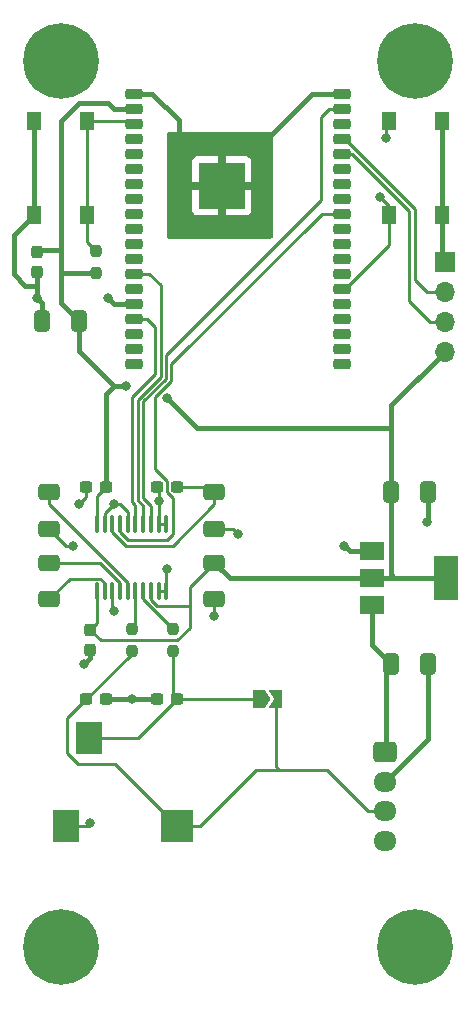
<source format=gbr>
%TF.GenerationSoftware,KiCad,Pcbnew,(6.0.0)*%
%TF.CreationDate,2022-10-20T10:52:42+02:00*%
%TF.ProjectId,ESP-input,4553502d-696e-4707-9574-2e6b69636164,rev?*%
%TF.SameCoordinates,Original*%
%TF.FileFunction,Copper,L1,Top*%
%TF.FilePolarity,Positive*%
%FSLAX46Y46*%
G04 Gerber Fmt 4.6, Leading zero omitted, Abs format (unit mm)*
G04 Created by KiCad (PCBNEW (6.0.0)) date 2022-10-20 10:52:42*
%MOMM*%
%LPD*%
G01*
G04 APERTURE LIST*
G04 Aperture macros list*
%AMRoundRect*
0 Rectangle with rounded corners*
0 $1 Rounding radius*
0 $2 $3 $4 $5 $6 $7 $8 $9 X,Y pos of 4 corners*
0 Add a 4 corners polygon primitive as box body*
4,1,4,$2,$3,$4,$5,$6,$7,$8,$9,$2,$3,0*
0 Add four circle primitives for the rounded corners*
1,1,$1+$1,$2,$3*
1,1,$1+$1,$4,$5*
1,1,$1+$1,$6,$7*
1,1,$1+$1,$8,$9*
0 Add four rect primitives between the rounded corners*
20,1,$1+$1,$2,$3,$4,$5,0*
20,1,$1+$1,$4,$5,$6,$7,0*
20,1,$1+$1,$6,$7,$8,$9,0*
20,1,$1+$1,$8,$9,$2,$3,0*%
%AMFreePoly0*
4,1,6,1.000000,0.000000,0.500000,-0.750000,-0.500000,-0.750000,-0.500000,0.750000,0.500000,0.750000,1.000000,0.000000,1.000000,0.000000,$1*%
%AMFreePoly1*
4,1,6,0.500000,-0.750000,-0.650000,-0.750000,-0.150000,0.000000,-0.650000,0.750000,0.500000,0.750000,0.500000,-0.750000,0.500000,-0.750000,$1*%
G04 Aperture macros list end*
%TA.AperFunction,ComponentPad*%
%ADD10RoundRect,0.250000X-0.725000X0.600000X-0.725000X-0.600000X0.725000X-0.600000X0.725000X0.600000X0*%
%TD*%
%TA.AperFunction,ComponentPad*%
%ADD11O,1.950000X1.700000*%
%TD*%
%TA.AperFunction,SMDPad,CuDef*%
%ADD12RoundRect,0.213900X-0.511100X-0.251100X0.511100X-0.251100X0.511100X0.251100X-0.511100X0.251100X0*%
%TD*%
%TA.AperFunction,SMDPad,CuDef*%
%ADD13RoundRect,0.213900X0.511100X0.251100X-0.511100X0.251100X-0.511100X-0.251100X0.511100X-0.251100X0*%
%TD*%
%TA.AperFunction,SMDPad,CuDef*%
%ADD14R,4.000000X4.000000*%
%TD*%
%TA.AperFunction,SMDPad,CuDef*%
%ADD15RoundRect,0.237500X-0.237500X0.250000X-0.237500X-0.250000X0.237500X-0.250000X0.237500X0.250000X0*%
%TD*%
%TA.AperFunction,SMDPad,CuDef*%
%ADD16R,2.000000X1.500000*%
%TD*%
%TA.AperFunction,SMDPad,CuDef*%
%ADD17R,2.000000X3.800000*%
%TD*%
%TA.AperFunction,ComponentPad*%
%ADD18C,0.800000*%
%TD*%
%TA.AperFunction,ComponentPad*%
%ADD19C,6.400000*%
%TD*%
%TA.AperFunction,SMDPad,CuDef*%
%ADD20RoundRect,0.100000X0.100000X-0.637500X0.100000X0.637500X-0.100000X0.637500X-0.100000X-0.637500X0*%
%TD*%
%TA.AperFunction,SMDPad,CuDef*%
%ADD21RoundRect,0.237500X-0.237500X0.300000X-0.237500X-0.300000X0.237500X-0.300000X0.237500X0.300000X0*%
%TD*%
%TA.AperFunction,SMDPad,CuDef*%
%ADD22R,1.300000X1.550000*%
%TD*%
%TA.AperFunction,SMDPad,CuDef*%
%ADD23RoundRect,0.250000X-0.650000X0.412500X-0.650000X-0.412500X0.650000X-0.412500X0.650000X0.412500X0*%
%TD*%
%TA.AperFunction,SMDPad,CuDef*%
%ADD24RoundRect,0.250000X0.412500X0.650000X-0.412500X0.650000X-0.412500X-0.650000X0.412500X-0.650000X0*%
%TD*%
%TA.AperFunction,SMDPad,CuDef*%
%ADD25RoundRect,0.237500X0.300000X0.237500X-0.300000X0.237500X-0.300000X-0.237500X0.300000X-0.237500X0*%
%TD*%
%TA.AperFunction,ComponentPad*%
%ADD26R,1.700000X1.700000*%
%TD*%
%TA.AperFunction,ComponentPad*%
%ADD27O,1.700000X1.700000*%
%TD*%
%TA.AperFunction,SMDPad,CuDef*%
%ADD28RoundRect,0.250000X-0.412500X-0.650000X0.412500X-0.650000X0.412500X0.650000X-0.412500X0.650000X0*%
%TD*%
%TA.AperFunction,SMDPad,CuDef*%
%ADD29R,2.200000X2.800000*%
%TD*%
%TA.AperFunction,SMDPad,CuDef*%
%ADD30R,2.800000X2.800000*%
%TD*%
%TA.AperFunction,SMDPad,CuDef*%
%ADD31RoundRect,0.250000X0.650000X-0.412500X0.650000X0.412500X-0.650000X0.412500X-0.650000X-0.412500X0*%
%TD*%
%TA.AperFunction,SMDPad,CuDef*%
%ADD32FreePoly0,0.000000*%
%TD*%
%TA.AperFunction,SMDPad,CuDef*%
%ADD33FreePoly1,0.000000*%
%TD*%
%TA.AperFunction,ViaPad*%
%ADD34C,0.800000*%
%TD*%
%TA.AperFunction,Conductor*%
%ADD35C,0.250000*%
%TD*%
%TA.AperFunction,Conductor*%
%ADD36C,0.400000*%
%TD*%
G04 APERTURE END LIST*
D10*
%TO.P,J2,1,Pin_1*%
%TO.N,+9V*%
X107467500Y-133500000D03*
D11*
%TO.P,J2,2,Pin_2*%
%TO.N,GND*%
X107467500Y-136000000D03*
%TO.P,J2,3,Pin_3*%
%TO.N,/LEFT*%
X107467500Y-138500000D03*
%TO.P,J2,4,Pin_4*%
%TO.N,GND*%
X107467500Y-141000000D03*
%TD*%
D12*
%TO.P,A1,1,GND*%
%TO.N,GND*%
X86190000Y-77740000D03*
%TO.P,A1,2,VDD3V3*%
%TO.N,+3V3*%
X86190000Y-79010000D03*
%TO.P,A1,3,EN*%
%TO.N,Net-(A1-Pad3)*%
X86190000Y-80280000D03*
%TO.P,A1,4,SENSOR_VP*%
%TO.N,unconnected-(A1-Pad4)*%
X86190000Y-81550000D03*
%TO.P,A1,5,SENSOR_VN*%
%TO.N,unconnected-(A1-Pad5)*%
X86190000Y-82820000D03*
%TO.P,A1,6,IO34*%
%TO.N,unconnected-(A1-Pad6)*%
X86190000Y-84090000D03*
%TO.P,A1,7,IO35*%
%TO.N,unconnected-(A1-Pad7)*%
X86190000Y-85360000D03*
%TO.P,A1,8,IO32*%
%TO.N,unconnected-(A1-Pad8)*%
X86190000Y-86630000D03*
%TO.P,A1,9,IO33*%
%TO.N,unconnected-(A1-Pad9)*%
X86190000Y-87900000D03*
%TO.P,A1,10,IO25*%
%TO.N,unconnected-(A1-Pad10)*%
X86190000Y-89170000D03*
%TO.P,A1,11,IO26*%
%TO.N,unconnected-(A1-Pad11)*%
X86190000Y-90440000D03*
%TO.P,A1,12,IO27*%
%TO.N,unconnected-(A1-Pad12)*%
X86190000Y-91710000D03*
%TO.P,A1,13,IO14*%
%TO.N,/DIN*%
X86190000Y-92980000D03*
%TO.P,A1,14,IO12*%
%TO.N,unconnected-(A1-Pad14)*%
X86190000Y-94250000D03*
%TO.P,A1,15,GND*%
%TO.N,GND*%
X86190000Y-95520000D03*
%TO.P,A1,16,IO13*%
%TO.N,/LRCLK*%
X86190000Y-96790000D03*
%TO.P,A1,17,SHD/SD2*%
%TO.N,unconnected-(A1-Pad17)*%
X86190000Y-98060000D03*
%TO.P,A1,18,SWP/SD3*%
%TO.N,unconnected-(A1-Pad18)*%
X86190000Y-99330000D03*
%TO.P,A1,19,SCS/CMD*%
%TO.N,unconnected-(A1-Pad19)*%
X86190000Y-100600000D03*
D13*
%TO.P,A1,20,SCK/CLK*%
%TO.N,unconnected-(A1-Pad20)*%
X103810000Y-100600000D03*
%TO.P,A1,21,SDO/SD0*%
%TO.N,unconnected-(A1-Pad21)*%
X103810000Y-99330000D03*
%TO.P,A1,22,SDI/SD1*%
%TO.N,unconnected-(A1-Pad22)*%
X103810000Y-98060000D03*
%TO.P,A1,23,IO15*%
%TO.N,unconnected-(A1-Pad23)*%
X103810000Y-96790000D03*
%TO.P,A1,24,IO2*%
%TO.N,unconnected-(A1-Pad24)*%
X103810000Y-95520000D03*
%TO.P,A1,25,IO0*%
%TO.N,Net-(A1-Pad25)*%
X103810000Y-94250000D03*
%TO.P,A1,26,IO4*%
%TO.N,unconnected-(A1-Pad26)*%
X103810000Y-92980000D03*
%TO.P,A1,27*%
%TO.N,N/C*%
X103810000Y-91710000D03*
%TO.P,A1,28*%
X103810000Y-90440000D03*
%TO.P,A1,29,IO5*%
%TO.N,unconnected-(A1-Pad29)*%
X103810000Y-89170000D03*
%TO.P,A1,30,IO18*%
%TO.N,/MUTE*%
X103810000Y-87900000D03*
%TO.P,A1,31,IO19*%
%TO.N,unconnected-(A1-Pad31)*%
X103810000Y-86630000D03*
%TO.P,A1,32*%
%TO.N,N/C*%
X103810000Y-85360000D03*
%TO.P,A1,33,IO21*%
%TO.N,unconnected-(A1-Pad33)*%
X103810000Y-84090000D03*
%TO.P,A1,34,RXD0*%
%TO.N,/RX*%
X103810000Y-82820000D03*
%TO.P,A1,35,TXD0*%
%TO.N,/TX*%
X103810000Y-81550000D03*
%TO.P,A1,36,IO22*%
%TO.N,unconnected-(A1-Pad36)*%
X103810000Y-80280000D03*
%TO.P,A1,37,IO23*%
%TO.N,/BCLK*%
X103810000Y-79010000D03*
%TO.P,A1,38,GND*%
%TO.N,GND*%
X103810000Y-77740000D03*
D14*
%TO.P,A1,39,EXP*%
X93620000Y-85530000D03*
%TD*%
D15*
%TO.P,R1,1*%
%TO.N,Net-(A1-Pad3)*%
X83000000Y-91087500D03*
%TO.P,R1,2*%
%TO.N,+3V3*%
X83000000Y-92912500D03*
%TD*%
D16*
%TO.P,U2,1,GND*%
%TO.N,GND*%
X106350000Y-116450000D03*
%TO.P,U2,2,VO*%
%TO.N,+3V3*%
X106350000Y-118750000D03*
D17*
X112650000Y-118750000D03*
D16*
%TO.P,U2,3,VI*%
%TO.N,+9V*%
X106350000Y-121050000D03*
%TD*%
D18*
%TO.P,REF\u002A\u002A,1*%
%TO.N,N/C*%
X81697056Y-151697056D03*
X78302944Y-148302944D03*
X81697056Y-148302944D03*
X82400000Y-150000000D03*
X80000000Y-147600000D03*
X78302944Y-151697056D03*
D19*
X80000000Y-150000000D03*
D18*
X80000000Y-152400000D03*
X77600000Y-150000000D03*
%TD*%
D20*
%TO.P,U1,20,DVDD*%
%TO.N,+3V3*%
X83075000Y-114137500D03*
%TO.P,U1,19,DGND*%
%TO.N,GND*%
X83725000Y-114137500D03*
%TO.P,U1,18,LDOO*%
%TO.N,Net-(C10-Pad1)*%
X84375000Y-114137500D03*
%TO.P,U1,17,XSMT*%
%TO.N,/MUTE*%
X85025000Y-114137500D03*
%TO.P,U1,16,FMT*%
%TO.N,GND*%
X85675000Y-114137500D03*
%TO.P,U1,15,LRCK*%
%TO.N,/LRCLK*%
X86325000Y-114137500D03*
%TO.P,U1,14,DIN*%
%TO.N,/DIN*%
X86975000Y-114137500D03*
%TO.P,U1,13,BCK*%
%TO.N,/BCLK*%
X87625000Y-114137500D03*
%TO.P,U1,12,SCK*%
%TO.N,GND*%
X88275000Y-114137500D03*
%TO.P,U1,11,FLT*%
X88925000Y-114137500D03*
%TO.P,U1,10,DEMP*%
X88925000Y-119862500D03*
%TO.P,U1,9,AGND*%
X88275000Y-119862500D03*
%TO.P,U1,8,AVDD*%
%TO.N,+3V3*%
X87625000Y-119862500D03*
%TO.P,U1,7,OUTR*%
%TO.N,Net-(R3-Pad1)*%
X86975000Y-119862500D03*
%TO.P,U1,6,OUTL*%
%TO.N,Net-(R2-Pad1)*%
X86325000Y-119862500D03*
%TO.P,U1,5,VNEG*%
%TO.N,Net-(C8-Pad1)*%
X85675000Y-119862500D03*
%TO.P,U1,4,CAPM*%
%TO.N,Net-(C9-Pad2)*%
X85025000Y-119862500D03*
%TO.P,U1,3,CPGND*%
%TO.N,GND*%
X84375000Y-119862500D03*
%TO.P,U1,2,CAPP*%
%TO.N,Net-(C9-Pad1)*%
X83725000Y-119862500D03*
%TO.P,U1,1,CPVDD*%
%TO.N,+3V3*%
X83075000Y-119862500D03*
%TD*%
D21*
%TO.P,C3,2*%
%TO.N,GND*%
X82500000Y-124862500D03*
%TO.P,C3,1*%
%TO.N,+3V3*%
X82500000Y-123137500D03*
%TD*%
D22*
%TO.P,SW2,1,1*%
%TO.N,GND*%
X112250000Y-80025000D03*
X112250000Y-87975000D03*
%TO.P,SW2,2,2*%
%TO.N,Net-(A1-Pad25)*%
X107750000Y-80025000D03*
X107750000Y-87975000D03*
%TD*%
D23*
%TO.P,C10,2*%
%TO.N,GND*%
X93000000Y-114562500D03*
%TO.P,C10,1*%
%TO.N,Net-(C10-Pad1)*%
X93000000Y-111437500D03*
%TD*%
D24*
%TO.P,C4,1*%
%TO.N,+3V3*%
X81562500Y-97000000D03*
%TO.P,C4,2*%
%TO.N,GND*%
X78437500Y-97000000D03*
%TD*%
D18*
%TO.P,REF\u002A\u002A,1*%
%TO.N,N/C*%
X108302944Y-148302944D03*
X110000000Y-152400000D03*
X108302944Y-151697056D03*
X111697056Y-151697056D03*
D19*
X110000000Y-150000000D03*
D18*
X111697056Y-148302944D03*
X112400000Y-150000000D03*
X110000000Y-147600000D03*
X107600000Y-150000000D03*
%TD*%
D25*
%TO.P,C11,2*%
%TO.N,/LEFT*%
X82137500Y-129000000D03*
%TO.P,C11,1*%
%TO.N,GND*%
X83862500Y-129000000D03*
%TD*%
D26*
%TO.P,J3,1,Pin_1*%
%TO.N,GND*%
X112500000Y-91950000D03*
D27*
%TO.P,J3,2,Pin_2*%
%TO.N,/TX*%
X112500000Y-94490000D03*
%TO.P,J3,3,Pin_3*%
%TO.N,/RX*%
X112500000Y-97030000D03*
%TO.P,J3,4,Pin_4*%
%TO.N,+3V3*%
X112500000Y-99570000D03*
%TD*%
D28*
%TO.P,C14,1*%
%TO.N,+9V*%
X107937500Y-126000000D03*
%TO.P,C14,2*%
%TO.N,GND*%
X111062500Y-126000000D03*
%TD*%
D25*
%TO.P,C12,2*%
%TO.N,GND*%
X88137500Y-129000000D03*
%TO.P,C12,1*%
%TO.N,/RIGHT*%
X89862500Y-129000000D03*
%TD*%
D18*
%TO.P,REF\u002A\u002A,1*%
%TO.N,N/C*%
X111697056Y-73302944D03*
X111697056Y-76697056D03*
X112400000Y-75000000D03*
X107600000Y-75000000D03*
X108302944Y-76697056D03*
D19*
X110000000Y-75000000D03*
D18*
X110000000Y-72600000D03*
X110000000Y-77400000D03*
X108302944Y-73302944D03*
%TD*%
D22*
%TO.P,SW1,1,1*%
%TO.N,GND*%
X77750000Y-80025000D03*
X77750000Y-87975000D03*
%TO.P,SW1,2,2*%
%TO.N,Net-(A1-Pad3)*%
X82250000Y-80025000D03*
X82250000Y-87975000D03*
%TD*%
D25*
%TO.P,C5,2*%
%TO.N,GND*%
X82137500Y-111000000D03*
%TO.P,C5,1*%
%TO.N,+3V3*%
X83862500Y-111000000D03*
%TD*%
D28*
%TO.P,C15,2*%
%TO.N,GND*%
X111062500Y-111500000D03*
%TO.P,C15,1*%
%TO.N,+3V3*%
X107937500Y-111500000D03*
%TD*%
D18*
%TO.P,REF\u002A\u002A,1*%
%TO.N,N/C*%
X82400000Y-75000000D03*
X77600000Y-75000000D03*
X81697056Y-76697056D03*
X80000000Y-72600000D03*
X78302944Y-73302944D03*
X78302944Y-76697056D03*
D19*
X80000000Y-75000000D03*
D18*
X81697056Y-73302944D03*
X80000000Y-77400000D03*
%TD*%
D15*
%TO.P,R2,2*%
%TO.N,/LEFT*%
X86000000Y-124912500D03*
%TO.P,R2,1*%
%TO.N,Net-(R2-Pad1)*%
X86000000Y-123087500D03*
%TD*%
D29*
%TO.P,J1,R*%
%TO.N,/RIGHT*%
X82400000Y-132300000D03*
%TO.P,J1,S*%
%TO.N,GND*%
X80400000Y-139700000D03*
D30*
%TO.P,J1,T*%
%TO.N,/LEFT*%
X89800000Y-139700000D03*
%TD*%
D31*
%TO.P,C9,2*%
%TO.N,Net-(C9-Pad2)*%
X79000000Y-117437500D03*
%TO.P,C9,1*%
%TO.N,Net-(C9-Pad1)*%
X79000000Y-120562500D03*
%TD*%
D15*
%TO.P,R3,2*%
%TO.N,/RIGHT*%
X89500000Y-124912500D03*
%TO.P,R3,1*%
%TO.N,Net-(R3-Pad1)*%
X89500000Y-123087500D03*
%TD*%
D21*
%TO.P,C7,1*%
%TO.N,+3V3*%
X78000000Y-91137500D03*
%TO.P,C7,2*%
%TO.N,GND*%
X78000000Y-92862500D03*
%TD*%
D32*
%TO.P,JP1,1,A*%
%TO.N,/RIGHT*%
X96775000Y-129000000D03*
D33*
%TO.P,JP1,2,B*%
%TO.N,/LEFT*%
X98225000Y-129000000D03*
%TD*%
D23*
%TO.P,C2,2*%
%TO.N,GND*%
X93000000Y-120562500D03*
%TO.P,C2,1*%
%TO.N,+3V3*%
X93000000Y-117437500D03*
%TD*%
%TO.P,C8,2*%
%TO.N,GND*%
X79000000Y-114562500D03*
%TO.P,C8,1*%
%TO.N,Net-(C8-Pad1)*%
X79000000Y-111437500D03*
%TD*%
D25*
%TO.P,C13,2*%
%TO.N,GND*%
X88137500Y-111000000D03*
%TO.P,C13,1*%
%TO.N,Net-(C10-Pad1)*%
X89862500Y-111000000D03*
%TD*%
D34*
%TO.N,GND*%
X82500000Y-139500000D03*
%TO.N,Net-(A1-Pad25)*%
X107500000Y-81500000D03*
X107000000Y-86500000D03*
%TO.N,GND*%
X93000000Y-122000000D03*
X84500000Y-112500000D03*
X95000000Y-115000000D03*
X88275000Y-112225000D03*
X81000000Y-116000000D03*
X81500000Y-112500000D03*
X84500000Y-121500000D03*
X89000000Y-118000000D03*
X82000000Y-126000000D03*
X86000000Y-129000000D03*
X78000000Y-95000000D03*
X84000000Y-95000000D03*
X90000000Y-83000000D03*
X90000000Y-84000000D03*
X90000000Y-85000000D03*
X90000000Y-86000000D03*
X90000000Y-87000000D03*
X90000000Y-88000000D03*
X91000000Y-89000000D03*
X92000000Y-89000000D03*
X93000000Y-89000000D03*
X94000000Y-89000000D03*
X95000000Y-89000000D03*
X96000000Y-89000000D03*
X97000000Y-87000000D03*
X97000000Y-88000000D03*
X97000000Y-86000000D03*
X97000000Y-85000000D03*
X97000000Y-83000000D03*
X96000000Y-82000000D03*
X95000000Y-82000000D03*
X94000000Y-82000000D03*
X93000000Y-82000000D03*
X91000000Y-82000000D03*
X92000000Y-82000000D03*
X90000000Y-82000000D03*
X90000000Y-89000000D03*
X97000000Y-89000000D03*
X97000000Y-84000000D03*
X97000000Y-82000000D03*
X111000000Y-114000000D03*
X104000000Y-116000000D03*
%TO.N,+3V3*%
X85500000Y-102500000D03*
X89000000Y-103500000D03*
%TD*%
D35*
%TO.N,GND*%
X82300000Y-139700000D02*
X82500000Y-139500000D01*
X80400000Y-139700000D02*
X82300000Y-139700000D01*
%TO.N,/LEFT*%
X91800000Y-139700000D02*
X96500000Y-135000000D01*
X89800000Y-139700000D02*
X91800000Y-139700000D01*
X96500000Y-135000000D02*
X98500000Y-135000000D01*
X84600000Y-134500000D02*
X89800000Y-139700000D01*
X80500000Y-130637500D02*
X80500000Y-133549022D01*
X82137500Y-129000000D02*
X80500000Y-130637500D01*
X80500000Y-133549022D02*
X81450978Y-134500000D01*
X81450978Y-134500000D02*
X84600000Y-134500000D01*
%TO.N,/RIGHT*%
X86562500Y-132300000D02*
X89862500Y-129000000D01*
X82400000Y-132300000D02*
X86562500Y-132300000D01*
%TO.N,/LEFT*%
X98225000Y-129000000D02*
X98225000Y-134725000D01*
X98225000Y-134725000D02*
X98500000Y-135000000D01*
X98500000Y-135000000D02*
X102500000Y-135000000D01*
X102500000Y-135000000D02*
X106000000Y-138500000D01*
X106000000Y-138500000D02*
X107467500Y-138500000D01*
%TO.N,/RIGHT*%
X89862500Y-129000000D02*
X96775000Y-129000000D01*
%TO.N,Net-(A1-Pad25)*%
X107500000Y-80275000D02*
X107750000Y-80025000D01*
X107500000Y-81500000D02*
X107500000Y-80275000D01*
X107750000Y-87250000D02*
X107000000Y-86500000D01*
X107750000Y-87975000D02*
X107750000Y-87250000D01*
%TO.N,GND*%
X93000000Y-120562500D02*
X93000000Y-122000000D01*
X83725000Y-114137500D02*
X83725000Y-113275000D01*
X83725000Y-113275000D02*
X84500000Y-112500000D01*
X85000000Y-112500000D02*
X84500000Y-112500000D01*
X85675000Y-113175000D02*
X85000000Y-112500000D01*
X85675000Y-114137500D02*
X85675000Y-113175000D01*
X94562500Y-114562500D02*
X95000000Y-115000000D01*
X93000000Y-114562500D02*
X94562500Y-114562500D01*
X88925000Y-114137500D02*
X88275000Y-114137500D01*
X88275000Y-114137500D02*
X88275000Y-112225000D01*
X88275000Y-112225000D02*
X88275000Y-111137500D01*
X88275000Y-111137500D02*
X88137500Y-111000000D01*
X80437500Y-116000000D02*
X81000000Y-116000000D01*
X79000000Y-114562500D02*
X80437500Y-116000000D01*
X82137500Y-111862500D02*
X81500000Y-112500000D01*
X82137500Y-111000000D02*
X82137500Y-111862500D01*
X84375000Y-121375000D02*
X84500000Y-121500000D01*
X84375000Y-119862500D02*
X84375000Y-121375000D01*
X88925000Y-118075000D02*
X89000000Y-118000000D01*
X88925000Y-119862500D02*
X88925000Y-118075000D01*
X88275000Y-119862500D02*
X88925000Y-119862500D01*
%TO.N,+3V3*%
X88160357Y-121100000D02*
X90900000Y-121100000D01*
X90900000Y-121100000D02*
X90900000Y-119537500D01*
X87625000Y-120564643D02*
X88160357Y-121100000D01*
X90900000Y-122969816D02*
X90900000Y-121100000D01*
X87625000Y-119862500D02*
X87625000Y-120564643D01*
D36*
%TO.N,GND*%
X82500000Y-125500000D02*
X82000000Y-126000000D01*
X82500000Y-124862500D02*
X82500000Y-125500000D01*
X88137500Y-129000000D02*
X83862500Y-129000000D01*
X77000000Y-94000000D02*
X78000000Y-94000000D01*
X76000000Y-93000000D02*
X77000000Y-94000000D01*
X77750000Y-87975000D02*
X76000000Y-89725000D01*
X76000000Y-89725000D02*
X76000000Y-93000000D01*
X78000000Y-92862500D02*
X78000000Y-94000000D01*
X78000000Y-94000000D02*
X78000000Y-95000000D01*
X78437500Y-95437500D02*
X78000000Y-95000000D01*
X78437500Y-97000000D02*
X78437500Y-95437500D01*
X84520000Y-95520000D02*
X84000000Y-95000000D01*
X86190000Y-95520000D02*
X84520000Y-95520000D01*
X77750000Y-80025000D02*
X77750000Y-87975000D01*
X112250000Y-91700000D02*
X112500000Y-91950000D01*
X112250000Y-80025000D02*
X112250000Y-91700000D01*
X101260000Y-77740000D02*
X97000000Y-82000000D01*
X103810000Y-77740000D02*
X101260000Y-77740000D01*
X86190000Y-77740000D02*
X87740000Y-77740000D01*
X87740000Y-77740000D02*
X90000000Y-80000000D01*
X90000000Y-80000000D02*
X90000000Y-82000000D01*
D35*
%TO.N,/BCLK*%
X87625000Y-112625000D02*
X87625000Y-114137500D01*
X88899040Y-101872395D02*
X87000000Y-103771435D01*
X87000000Y-103771435D02*
X87000000Y-112000000D01*
X87000000Y-112000000D02*
X87625000Y-112625000D01*
X102000000Y-86750000D02*
X88899040Y-99850960D01*
X102000000Y-79750000D02*
X102000000Y-86750000D01*
X103810000Y-79010000D02*
X102740000Y-79010000D01*
X102740000Y-79010000D02*
X102000000Y-79750000D01*
X88899040Y-99850960D02*
X88899040Y-101872395D01*
D36*
%TO.N,GND*%
X111062500Y-113937500D02*
X111000000Y-114000000D01*
X111062500Y-111500000D02*
X111062500Y-113937500D01*
X104450000Y-116450000D02*
X104000000Y-116000000D01*
X106350000Y-116450000D02*
X104450000Y-116450000D01*
X111062500Y-132405000D02*
X111062500Y-126000000D01*
X107467500Y-136000000D02*
X111062500Y-132405000D01*
%TO.N,+3V3*%
X84500000Y-102500000D02*
X83862500Y-103137500D01*
X83862500Y-103137500D02*
X83862500Y-111000000D01*
X85500000Y-102500000D02*
X84500000Y-102500000D01*
X84500000Y-102500000D02*
X81562500Y-99562500D01*
X81562500Y-99562500D02*
X81562500Y-97000000D01*
X91562500Y-106062500D02*
X107937500Y-106062500D01*
X89000000Y-103500000D02*
X91562500Y-106062500D01*
D35*
%TO.N,/MUTE*%
X102100000Y-87900000D02*
X103810000Y-87900000D01*
X89348560Y-100651440D02*
X102100000Y-87900000D01*
X89348560Y-102058593D02*
X89348560Y-100651440D01*
X88000000Y-103407153D02*
X89348560Y-102058593D01*
X88000000Y-109530184D02*
X88000000Y-103407153D01*
X88999520Y-110529704D02*
X88000000Y-109530184D01*
X89500000Y-111969816D02*
X88999520Y-111469336D01*
X89500000Y-115000000D02*
X89500000Y-111969816D01*
X89000000Y-115500000D02*
X89500000Y-115000000D01*
X88999520Y-111469336D02*
X88999520Y-110529704D01*
X85025000Y-114825361D02*
X85699639Y-115500000D01*
X85699639Y-115500000D02*
X89000000Y-115500000D01*
X85025000Y-114137500D02*
X85025000Y-114825361D01*
D36*
%TO.N,+3V3*%
X107937500Y-106062500D02*
X107937500Y-104132500D01*
X107937500Y-111500000D02*
X107937500Y-106062500D01*
X107937500Y-104132500D02*
X112500000Y-99570000D01*
X108250000Y-118750000D02*
X107937500Y-118437500D01*
X108250000Y-118750000D02*
X106350000Y-118750000D01*
X112650000Y-118750000D02*
X108250000Y-118750000D01*
X107937500Y-118437500D02*
X107937500Y-111500000D01*
X94312500Y-118750000D02*
X93000000Y-117437500D01*
X106350000Y-118750000D02*
X94312500Y-118750000D01*
D35*
%TO.N,Net-(C10-Pad1)*%
X89500000Y-116000000D02*
X93000000Y-112500000D01*
X85549639Y-116000000D02*
X89500000Y-116000000D01*
X84375000Y-114825361D02*
X85549639Y-116000000D01*
X93000000Y-112500000D02*
X93000000Y-111437500D01*
X84375000Y-114137500D02*
X84375000Y-114825361D01*
%TO.N,/LRCLK*%
X88000000Y-97500000D02*
X87290000Y-96790000D01*
X88000000Y-101500000D02*
X88000000Y-97500000D01*
X86050480Y-103449520D02*
X88000000Y-101500000D01*
X86325000Y-112596436D02*
X86050480Y-112321916D01*
X87290000Y-96790000D02*
X86190000Y-96790000D01*
X86325000Y-114137500D02*
X86325000Y-112596436D01*
X86050480Y-112321916D02*
X86050480Y-103449520D01*
%TO.N,/DIN*%
X87480000Y-92980000D02*
X86190000Y-92980000D01*
X88449520Y-93949520D02*
X87480000Y-92980000D01*
X88449520Y-101686197D02*
X88449520Y-93949520D01*
X86975000Y-112610718D02*
X86500000Y-112135718D01*
X86500000Y-112135718D02*
X86500000Y-103635717D01*
X86975000Y-114137500D02*
X86975000Y-112610718D01*
X86500000Y-103635717D02*
X88449520Y-101686197D01*
D36*
%TO.N,+9V*%
X106350000Y-124412500D02*
X107937500Y-126000000D01*
X106350000Y-121050000D02*
X106350000Y-124412500D01*
X107500000Y-126437500D02*
X107500000Y-133467500D01*
X107500000Y-133467500D02*
X107467500Y-133500000D01*
X107937500Y-126000000D02*
X107500000Y-126437500D01*
D35*
%TO.N,/TX*%
X110990000Y-94490000D02*
X112500000Y-94490000D01*
X110000000Y-93500000D02*
X110990000Y-94490000D01*
X104063640Y-81550000D02*
X110000000Y-87486360D01*
X110000000Y-87486360D02*
X110000000Y-93500000D01*
X103810000Y-81550000D02*
X104063640Y-81550000D01*
%TO.N,/RX*%
X109500000Y-95265000D02*
X111265000Y-97030000D01*
X109500000Y-87650978D02*
X109500000Y-95265000D01*
X104669022Y-82820000D02*
X109500000Y-87650978D01*
X111265000Y-97030000D02*
X112500000Y-97030000D01*
X103810000Y-82820000D02*
X104669022Y-82820000D01*
D36*
%TO.N,+3V3*%
X84000000Y-78500000D02*
X84510000Y-79010000D01*
X84510000Y-79010000D02*
X86190000Y-79010000D01*
X80000000Y-80050978D02*
X81550978Y-78500000D01*
X81550978Y-78500000D02*
X84000000Y-78500000D01*
X80000000Y-89912500D02*
X80000000Y-80050978D01*
X83000000Y-92912500D02*
X80000000Y-92912500D01*
X80000000Y-92912500D02*
X80000000Y-89912500D01*
X78137500Y-91000000D02*
X80000000Y-91000000D01*
X78000000Y-91137500D02*
X78137500Y-91000000D01*
X81562500Y-97000000D02*
X80000000Y-95437500D01*
X80000000Y-95437500D02*
X80000000Y-89912500D01*
D35*
%TO.N,Net-(A1-Pad3)*%
X86190000Y-80280000D02*
X85935000Y-80025000D01*
X85935000Y-80025000D02*
X82250000Y-80025000D01*
X82250000Y-87975000D02*
X82250000Y-80025000D01*
X82250000Y-90337500D02*
X82250000Y-87975000D01*
X83000000Y-91087500D02*
X82250000Y-90337500D01*
%TO.N,Net-(A1-Pad25)*%
X107750000Y-90563640D02*
X107750000Y-87975000D01*
X103810000Y-94250000D02*
X104063640Y-94250000D01*
X104063640Y-94250000D02*
X107750000Y-90563640D01*
%TO.N,+3V3*%
X83075000Y-111787500D02*
X83862500Y-111000000D01*
X83075000Y-114137500D02*
X83075000Y-111787500D01*
%TO.N,/LEFT*%
X86000000Y-125137500D02*
X82137500Y-129000000D01*
X86000000Y-124912500D02*
X86000000Y-125137500D01*
%TO.N,/RIGHT*%
X89500000Y-128637500D02*
X89862500Y-129000000D01*
X89500000Y-124912500D02*
X89500000Y-128637500D01*
%TO.N,Net-(C9-Pad2)*%
X85025000Y-119174639D02*
X83287861Y-117437500D01*
X85025000Y-119862500D02*
X85025000Y-119174639D01*
X83287861Y-117437500D02*
X79000000Y-117437500D01*
%TO.N,+3V3*%
X90900000Y-119537500D02*
X93000000Y-117437500D01*
X89869816Y-124000000D02*
X90900000Y-122969816D01*
X82500000Y-123137500D02*
X83362500Y-124000000D01*
X83362500Y-124000000D02*
X89869816Y-124000000D01*
%TO.N,Net-(C8-Pad1)*%
X79000000Y-112499639D02*
X85675000Y-119174639D01*
X79000000Y-111437500D02*
X79000000Y-112499639D01*
X85675000Y-119174639D02*
X85675000Y-119862500D01*
%TO.N,+3V3*%
X83075000Y-122562500D02*
X82500000Y-123137500D01*
X83075000Y-119862500D02*
X83075000Y-122562500D01*
%TO.N,Net-(C10-Pad1)*%
X92562500Y-111000000D02*
X93000000Y-111437500D01*
X89862500Y-111000000D02*
X92562500Y-111000000D01*
%TO.N,Net-(R3-Pad1)*%
X89500000Y-123075361D02*
X89500000Y-123087500D01*
X86975000Y-120550361D02*
X89500000Y-123075361D01*
X86975000Y-119862500D02*
X86975000Y-120550361D01*
%TO.N,Net-(R2-Pad1)*%
X86325000Y-119862500D02*
X86325000Y-122762500D01*
X86325000Y-122762500D02*
X86000000Y-123087500D01*
%TO.N,Net-(C9-Pad1)*%
X80762020Y-118800480D02*
X79000000Y-120562500D01*
X83350841Y-118800480D02*
X80762020Y-118800480D01*
X83725000Y-119174639D02*
X83350841Y-118800480D01*
X83725000Y-119862500D02*
X83725000Y-119174639D01*
%TD*%
%TA.AperFunction,Conductor*%
%TO.N,GND*%
G36*
X97942121Y-81020002D02*
G01*
X97988614Y-81073658D01*
X98000000Y-81126000D01*
X98000000Y-89801905D01*
X97979998Y-89870026D01*
X97963095Y-89891000D01*
X97891000Y-89963095D01*
X97828688Y-89997121D01*
X97801905Y-90000000D01*
X89126000Y-90000000D01*
X89057879Y-89979998D01*
X89011386Y-89926342D01*
X89000000Y-89874000D01*
X89000000Y-87574669D01*
X91112001Y-87574669D01*
X91112371Y-87581490D01*
X91117895Y-87632352D01*
X91121521Y-87647604D01*
X91166676Y-87768054D01*
X91175214Y-87783649D01*
X91251715Y-87885724D01*
X91264276Y-87898285D01*
X91366351Y-87974786D01*
X91381946Y-87983324D01*
X91502394Y-88028478D01*
X91517649Y-88032105D01*
X91568514Y-88037631D01*
X91575328Y-88038000D01*
X93251885Y-88038000D01*
X93267124Y-88033525D01*
X93268329Y-88032135D01*
X93270000Y-88024452D01*
X93270000Y-88019884D01*
X93970000Y-88019884D01*
X93974475Y-88035123D01*
X93975865Y-88036328D01*
X93983548Y-88037999D01*
X95664669Y-88037999D01*
X95671490Y-88037629D01*
X95722352Y-88032105D01*
X95737604Y-88028479D01*
X95858054Y-87983324D01*
X95873649Y-87974786D01*
X95975724Y-87898285D01*
X95988285Y-87885724D01*
X96064786Y-87783649D01*
X96073324Y-87768054D01*
X96118478Y-87647606D01*
X96122105Y-87632351D01*
X96127631Y-87581486D01*
X96128000Y-87574672D01*
X96128000Y-85898115D01*
X96123525Y-85882876D01*
X96122135Y-85881671D01*
X96114452Y-85880000D01*
X93988115Y-85880000D01*
X93972876Y-85884475D01*
X93971671Y-85885865D01*
X93970000Y-85893548D01*
X93970000Y-88019884D01*
X93270000Y-88019884D01*
X93270000Y-85898115D01*
X93265525Y-85882876D01*
X93264135Y-85881671D01*
X93256452Y-85880000D01*
X91130116Y-85880000D01*
X91114877Y-85884475D01*
X91113672Y-85885865D01*
X91112001Y-85893548D01*
X91112001Y-87574669D01*
X89000000Y-87574669D01*
X89000000Y-85161885D01*
X91112000Y-85161885D01*
X91116475Y-85177124D01*
X91117865Y-85178329D01*
X91125548Y-85180000D01*
X93251885Y-85180000D01*
X93267124Y-85175525D01*
X93268329Y-85174135D01*
X93270000Y-85166452D01*
X93270000Y-85161885D01*
X93970000Y-85161885D01*
X93974475Y-85177124D01*
X93975865Y-85178329D01*
X93983548Y-85180000D01*
X96109884Y-85180000D01*
X96125123Y-85175525D01*
X96126328Y-85174135D01*
X96127999Y-85166452D01*
X96127999Y-83485331D01*
X96127629Y-83478510D01*
X96122105Y-83427648D01*
X96118479Y-83412396D01*
X96073324Y-83291946D01*
X96064786Y-83276351D01*
X95988285Y-83174276D01*
X95975724Y-83161715D01*
X95873649Y-83085214D01*
X95858054Y-83076676D01*
X95737606Y-83031522D01*
X95722351Y-83027895D01*
X95671486Y-83022369D01*
X95664672Y-83022000D01*
X93988115Y-83022000D01*
X93972876Y-83026475D01*
X93971671Y-83027865D01*
X93970000Y-83035548D01*
X93970000Y-85161885D01*
X93270000Y-85161885D01*
X93270000Y-83040116D01*
X93265525Y-83024877D01*
X93264135Y-83023672D01*
X93256452Y-83022001D01*
X91575331Y-83022001D01*
X91568510Y-83022371D01*
X91517648Y-83027895D01*
X91502396Y-83031521D01*
X91381946Y-83076676D01*
X91366351Y-83085214D01*
X91264276Y-83161715D01*
X91251715Y-83174276D01*
X91175214Y-83276351D01*
X91166676Y-83291946D01*
X91121522Y-83412394D01*
X91117895Y-83427649D01*
X91112369Y-83478514D01*
X91112000Y-83485328D01*
X91112000Y-85161885D01*
X89000000Y-85161885D01*
X89000000Y-81126000D01*
X89020002Y-81057879D01*
X89073658Y-81011386D01*
X89126000Y-81000000D01*
X97874000Y-81000000D01*
X97942121Y-81020002D01*
G37*
%TD.AperFunction*%
%TD*%
M02*

</source>
